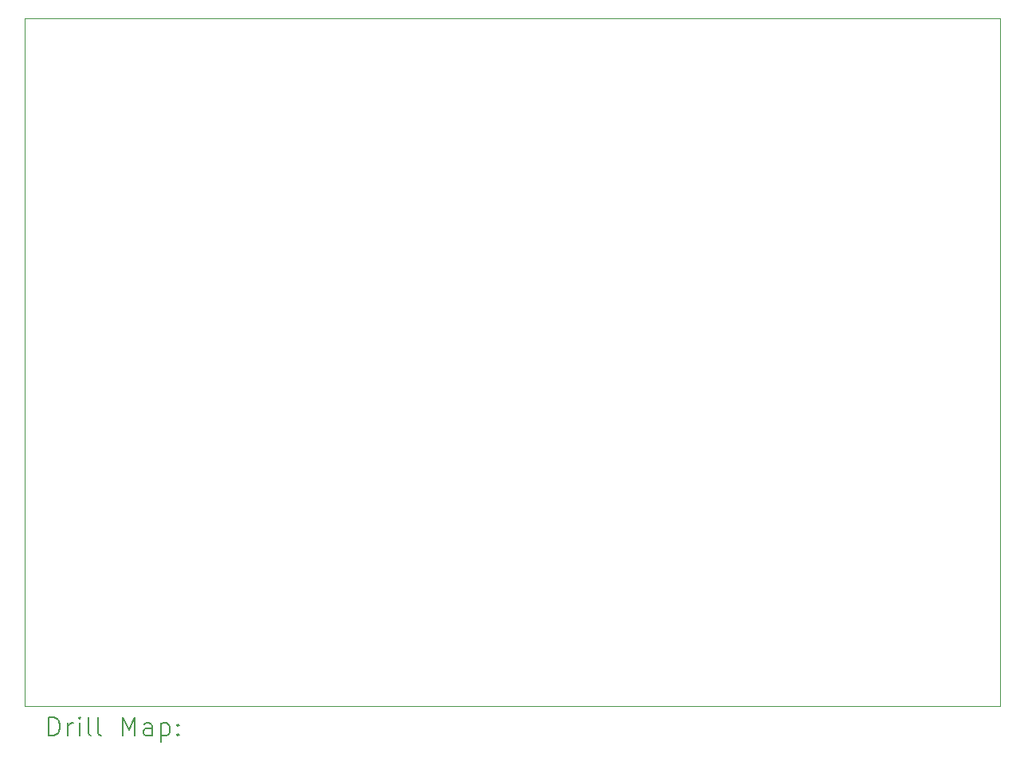
<source format=gbr>
%TF.GenerationSoftware,KiCad,Pcbnew,8.0.5*%
%TF.CreationDate,2025-03-25T03:55:57-06:00*%
%TF.ProjectId,CircuitoBanda,43697263-7569-4746-9f42-616e64612e6b,rev?*%
%TF.SameCoordinates,Original*%
%TF.FileFunction,Drillmap*%
%TF.FilePolarity,Positive*%
%FSLAX45Y45*%
G04 Gerber Fmt 4.5, Leading zero omitted, Abs format (unit mm)*
G04 Created by KiCad (PCBNEW 8.0.5) date 2025-03-25 03:55:57*
%MOMM*%
%LPD*%
G01*
G04 APERTURE LIST*
%ADD10C,0.050000*%
%ADD11C,0.200000*%
G04 APERTURE END LIST*
D10*
X0Y0D02*
X10360000Y0D01*
X10360000Y-7320000D01*
X0Y-7320000D01*
X0Y0D01*
D11*
X258277Y-7633984D02*
X258277Y-7433984D01*
X258277Y-7433984D02*
X305896Y-7433984D01*
X305896Y-7433984D02*
X334467Y-7443508D01*
X334467Y-7443508D02*
X353515Y-7462555D01*
X353515Y-7462555D02*
X363039Y-7481603D01*
X363039Y-7481603D02*
X372562Y-7519698D01*
X372562Y-7519698D02*
X372562Y-7548269D01*
X372562Y-7548269D02*
X363039Y-7586365D01*
X363039Y-7586365D02*
X353515Y-7605412D01*
X353515Y-7605412D02*
X334467Y-7624460D01*
X334467Y-7624460D02*
X305896Y-7633984D01*
X305896Y-7633984D02*
X258277Y-7633984D01*
X458277Y-7633984D02*
X458277Y-7500650D01*
X458277Y-7538746D02*
X467801Y-7519698D01*
X467801Y-7519698D02*
X477324Y-7510174D01*
X477324Y-7510174D02*
X496372Y-7500650D01*
X496372Y-7500650D02*
X515420Y-7500650D01*
X582086Y-7633984D02*
X582086Y-7500650D01*
X582086Y-7433984D02*
X572563Y-7443508D01*
X572563Y-7443508D02*
X582086Y-7453031D01*
X582086Y-7453031D02*
X591610Y-7443508D01*
X591610Y-7443508D02*
X582086Y-7433984D01*
X582086Y-7433984D02*
X582086Y-7453031D01*
X705896Y-7633984D02*
X686848Y-7624460D01*
X686848Y-7624460D02*
X677324Y-7605412D01*
X677324Y-7605412D02*
X677324Y-7433984D01*
X810658Y-7633984D02*
X791610Y-7624460D01*
X791610Y-7624460D02*
X782086Y-7605412D01*
X782086Y-7605412D02*
X782086Y-7433984D01*
X1039229Y-7633984D02*
X1039229Y-7433984D01*
X1039229Y-7433984D02*
X1105896Y-7576841D01*
X1105896Y-7576841D02*
X1172563Y-7433984D01*
X1172563Y-7433984D02*
X1172563Y-7633984D01*
X1353515Y-7633984D02*
X1353515Y-7529222D01*
X1353515Y-7529222D02*
X1343991Y-7510174D01*
X1343991Y-7510174D02*
X1324944Y-7500650D01*
X1324944Y-7500650D02*
X1286848Y-7500650D01*
X1286848Y-7500650D02*
X1267801Y-7510174D01*
X1353515Y-7624460D02*
X1334467Y-7633984D01*
X1334467Y-7633984D02*
X1286848Y-7633984D01*
X1286848Y-7633984D02*
X1267801Y-7624460D01*
X1267801Y-7624460D02*
X1258277Y-7605412D01*
X1258277Y-7605412D02*
X1258277Y-7586365D01*
X1258277Y-7586365D02*
X1267801Y-7567317D01*
X1267801Y-7567317D02*
X1286848Y-7557793D01*
X1286848Y-7557793D02*
X1334467Y-7557793D01*
X1334467Y-7557793D02*
X1353515Y-7548269D01*
X1448753Y-7500650D02*
X1448753Y-7700650D01*
X1448753Y-7510174D02*
X1467801Y-7500650D01*
X1467801Y-7500650D02*
X1505896Y-7500650D01*
X1505896Y-7500650D02*
X1524943Y-7510174D01*
X1524943Y-7510174D02*
X1534467Y-7519698D01*
X1534467Y-7519698D02*
X1543991Y-7538746D01*
X1543991Y-7538746D02*
X1543991Y-7595888D01*
X1543991Y-7595888D02*
X1534467Y-7614936D01*
X1534467Y-7614936D02*
X1524943Y-7624460D01*
X1524943Y-7624460D02*
X1505896Y-7633984D01*
X1505896Y-7633984D02*
X1467801Y-7633984D01*
X1467801Y-7633984D02*
X1448753Y-7624460D01*
X1629705Y-7614936D02*
X1639229Y-7624460D01*
X1639229Y-7624460D02*
X1629705Y-7633984D01*
X1629705Y-7633984D02*
X1620182Y-7624460D01*
X1620182Y-7624460D02*
X1629705Y-7614936D01*
X1629705Y-7614936D02*
X1629705Y-7633984D01*
X1629705Y-7510174D02*
X1639229Y-7519698D01*
X1639229Y-7519698D02*
X1629705Y-7529222D01*
X1629705Y-7529222D02*
X1620182Y-7519698D01*
X1620182Y-7519698D02*
X1629705Y-7510174D01*
X1629705Y-7510174D02*
X1629705Y-7529222D01*
M02*

</source>
